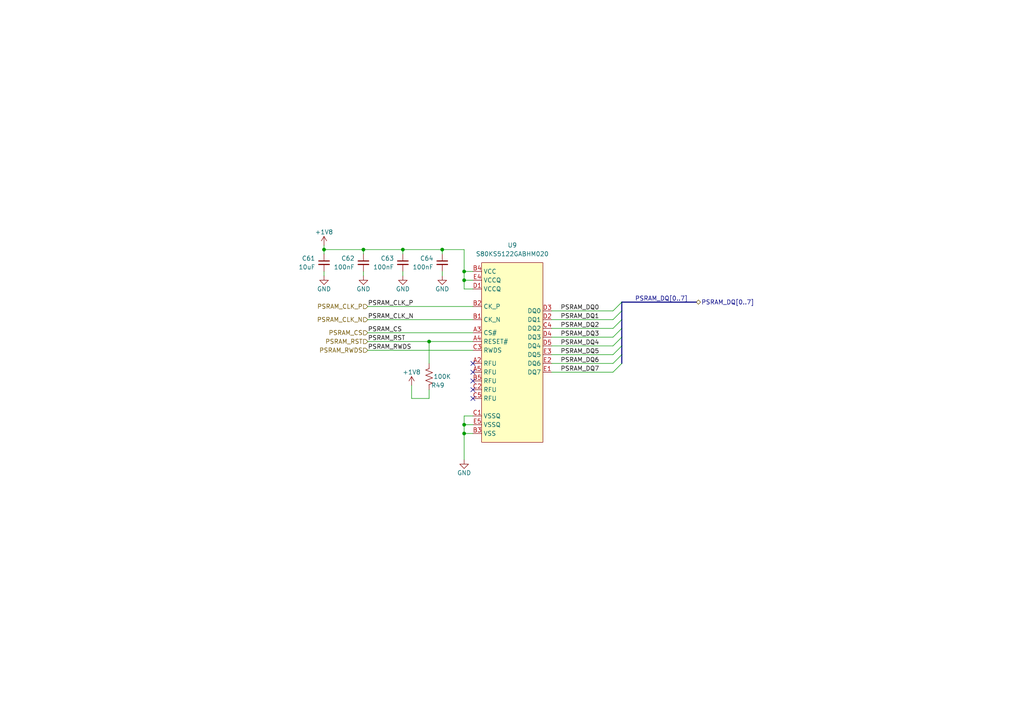
<source format=kicad_sch>
(kicad_sch (version 20211123) (generator eeschema)
  (paper "A4")
  (title_block (title "PSRAM") (date "2023-03-07") (rev "A") (comment 1 "Designed by DragonEnjoyer :3"))
  (lib_symbols
    (symbol "Device:C_Small" (pin_numbers hide) (pin_names (offset 0.254) hide)
      (property "Reference" "C" (at 0.254 1.778 0))
      (property "Value" "C_Small" (at 0.254 -2.032 0))
      (symbol "C_Small_0_1"
        (polyline (pts (xy -1.524 -0.508) (xy 1.524 -0.508)) (stroke (width 0.3302)))
        (polyline (pts (xy -1.524 0.508) (xy 1.524 0.508)) (stroke (width 0.3048)))
      )
      (symbol "C_Small_1_1"
        (pin passive line (at 0 2.54 270) (length 2.032) (name "~") (number "1"))
        (pin passive line (at 0 -2.54 90) (length 2.032) (name "~") (number "2"))
      )
    )
    (symbol "Device:R_US" (pin_numbers hide) (pin_names (offset 0))
      (property "Reference" "R" (at 2.54 0 90))
      (property "Value" "R_US" (at -2.54 0 90))
      (symbol "R_US_0_1"
        (polyline (pts (xy 0 -2.286) (xy 0 -2.54)))
        (polyline (pts (xy 0 2.286) (xy 0 2.54)))
        (polyline (pts (xy 0 -0.762) (xy 1.016 -1.143) (xy 0 -1.524) (xy -1.016 -1.905) (xy 0 -2.286)))
        (polyline (pts (xy 0 0.762) (xy 1.016 0.381) (xy 0 0) (xy -1.016 -0.381) (xy 0 -0.762)))
        (polyline (pts (xy 0 2.286) (xy 1.016 1.905) (xy 0 1.524) (xy -1.016 1.143) (xy 0 0.762)))
      )
      (symbol "R_US_1_1"
        (pin passive line (at 0 3.81 270) (length 1.27) (name "~") (number "1"))
        (pin passive line (at 0 -3.81 90) (length 1.27) (name "~") (number "2"))
      )
    )
    (symbol "Memory_RAM:S80KS5122GABHM020"
      (property "Reference" "U" (at 8.89 48.26 0))
      (property "Value" "S80KS5122GABHM020" (at 8.89 -6.35 0))
      (symbol "S80KS5122GABHM020_0_1"
        (rectangle (start 0 46.99) (end 17.78 -5.08) (fill (type background)))
      )
      (symbol "S80KS5122GABHM020_1_1"
        (pin passive line (at -2.54 17.78 0) (length 2.54) (name "RFU") (number "A2"))
        (pin input line (at -2.54 26.67 0) (length 2.54) (name "CS#") (number "A3"))
        (pin input line (at -2.54 24.13 0) (length 2.54) (name "RESET#") (number "A4"))
        (pin passive line (at -2.54 15.24 0) (length 2.54) (name "RFU") (number "A5"))
        (pin input line (at -2.54 30.48 0) (length 2.54) (name "CK_N") (number "B1"))
        (pin input line (at -2.54 34.29 0) (length 2.54) (name "CK_P") (number "B2"))
        (pin power_in line (at -2.54 -2.54 0) (length 2.54) (name "VSS") (number "B3"))
        (pin power_in line (at -2.54 44.45 0) (length 2.54) (name "VCC") (number "B4"))
        (pin passive line (at -2.54 12.7 0) (length 2.54) (name "RFU") (number "B5"))
        (pin power_in line (at -2.54 2.54 0) (length 2.54) (name "VSSQ") (number "C1"))
        (pin passive line (at -2.54 10.16 0) (length 2.54) (name "RFU") (number "C2"))
        (pin input line (at -2.54 21.59 0) (length 2.54) (name "RWDS") (number "C3"))
        (pin bidirectional line (at 20.32 27.94 180) (length 2.54) (name "DQ2") (number "C4"))
        (pin passive line (at -2.54 7.62 0) (length 2.54) (name "RFU") (number "C5"))
        (pin power_in line (at -2.54 39.37 0) (length 2.54) (name "VCCQ") (number "D1"))
        (pin bidirectional line (at 20.32 30.48 180) (length 2.54) (name "DQ1") (number "D2"))
        (pin bidirectional line (at 20.32 33.02 180) (length 2.54) (name "DQ0") (number "D3"))
        (pin bidirectional line (at 20.32 25.4 180) (length 2.54) (name "DQ3") (number "D4"))
        (pin bidirectional line (at 20.32 22.86 180) (length 2.54) (name "DQ4") (number "D5"))
        (pin bidirectional line (at 20.32 15.24 180) (length 2.54) (name "DQ7") (number "E1"))
        (pin bidirectional line (at 20.32 17.78 180) (length 2.54) (name "DQ6") (number "E2"))
        (pin bidirectional line (at 20.32 20.32 180) (length 2.54) (name "DQ5") (number "E3"))
        (pin power_in line (at -2.54 41.91 0) (length 2.54) (name "VCCQ") (number "E4"))
        (pin power_in line (at -2.54 0 0) (length 2.54) (name "VSSQ") (number "E5"))
      )
    )
    (symbol "power:+1V8" (power) (pin_names (offset 0))
      (property "Value" "+1V8" (at 0 3.556 0))
      (symbol "+1V8_0_1"
        (polyline (pts (xy -0.762 1.27) (xy 0 2.54)))
        (polyline (pts (xy 0 0) (xy 0 2.54)))
        (polyline (pts (xy 0 2.54) (xy 0.762 1.27)))
      )
      (symbol "+1V8_1_1"
        (pin power_in line (at 0 0 90) (length 0) hide (name "+1V8") (number "1"))
      )
    )
    (symbol "power:GND" (power) (pin_names (offset 0))
      (property "Value" "GND" (at 0 -3.81 0))
      (symbol "GND_0_1"
        (polyline (pts (xy 0 0) (xy 0 -1.27) (xy 1.27 -1.27) (xy 0 -2.54) (xy -1.27 -1.27) (xy 0 -1.27)))
      )
      (symbol "GND_1_1"
        (pin power_in line (at 0 0 270) (length 0) hide (name "GND") (number "1"))
      )
    )
  )
  (junction (at 93.98 72.39))
  (junction (at 134.62 123.19))
  (junction (at 116.84 72.39))
  (junction (at 105.41 72.39))
  (junction (at 124.46 99.06))
  (junction (at 134.62 78.74))
  (junction (at 128.27 72.39))
  (junction (at 134.62 125.73))
  (junction (at 134.62 81.28))
  (no_connect (at 137.16 105.41))
  (no_connect (at 137.16 115.57))
  (no_connect (at 137.16 113.03))
  (no_connect (at 137.16 110.49))
  (no_connect (at 137.16 107.95))
  (bus_entry (at 177.8 95.25) (size 2.54 -2.54))
  (bus_entry (at 177.8 107.95) (size 2.54 -2.54))
  (bus_entry (at 177.8 105.41) (size 2.54 -2.54))
  (bus_entry (at 177.8 92.71) (size 2.54 -2.54))
  (bus_entry (at 177.8 90.17) (size 2.54 -2.54))
  (bus_entry (at 177.8 100.33) (size 2.54 -2.54))
  (bus_entry (at 177.8 102.87) (size 2.54 -2.54))
  (bus_entry (at 177.8 97.79) (size 2.54 -2.54))
  (bus (pts (xy 180.34 102.87) (xy 180.34 100.33)))
  (bus (pts (xy 180.34 90.17) (xy 180.34 87.63)))
  (bus (pts (xy 180.34 87.63) (xy 201.93 87.63)))
  (wire (pts (xy 160.02 92.71) (xy 177.8 92.71)))
  (wire (pts (xy 160.02 105.41) (xy 177.8 105.41)))
  (wire (pts (xy 119.38 111.76) (xy 119.38 115.57)))
  (wire (pts (xy 93.98 72.39) (xy 105.41 72.39)))
  (wire (pts (xy 116.84 78.74) (xy 116.84 80.01)))
  (wire (pts (xy 134.62 123.19) (xy 137.16 123.19)))
  (wire (pts (xy 124.46 99.06) (xy 124.46 105.41)))
  (wire (pts (xy 124.46 115.57) (xy 119.38 115.57)))
  (wire (pts (xy 106.68 92.71) (xy 137.16 92.71)))
  (wire (pts (xy 116.84 72.39) (xy 128.27 72.39)))
  (wire (pts (xy 134.62 78.74) (xy 137.16 78.74)))
  (wire (pts (xy 137.16 83.82) (xy 134.62 83.82)))
  (wire (pts (xy 160.02 90.17) (xy 177.8 90.17)))
  (wire (pts (xy 137.16 125.73) (xy 134.62 125.73)))
  (wire (pts (xy 106.68 88.9) (xy 137.16 88.9)))
  (wire (pts (xy 160.02 97.79) (xy 177.8 97.79)))
  (wire (pts (xy 134.62 78.74) (xy 134.62 72.39)))
  (wire (pts (xy 93.98 71.12) (xy 93.98 72.39)))
  (wire (pts (xy 128.27 72.39) (xy 134.62 72.39)))
  (bus (pts (xy 180.34 95.25) (xy 180.34 92.71)))
  (bus (pts (xy 180.34 105.41) (xy 180.34 102.87)))
  (wire (pts (xy 160.02 100.33) (xy 177.8 100.33)))
  (wire (pts (xy 105.41 72.39) (xy 105.41 73.66)))
  (wire (pts (xy 134.62 81.28) (xy 134.62 78.74)))
  (wire (pts (xy 160.02 95.25) (xy 177.8 95.25)))
  (wire (pts (xy 134.62 120.65) (xy 134.62 123.19)))
  (wire (pts (xy 93.98 72.39) (xy 93.98 73.66)))
  (wire (pts (xy 134.62 123.19) (xy 134.62 125.73)))
  (wire (pts (xy 160.02 107.95) (xy 177.8 107.95)))
  (wire (pts (xy 105.41 72.39) (xy 116.84 72.39)))
  (wire (pts (xy 106.68 96.52) (xy 137.16 96.52)))
  (wire (pts (xy 128.27 72.39) (xy 128.27 73.66)))
  (wire (pts (xy 160.02 102.87) (xy 177.8 102.87)))
  (wire (pts (xy 134.62 81.28) (xy 137.16 81.28)))
  (wire (pts (xy 124.46 99.06) (xy 137.16 99.06)))
  (bus (pts (xy 180.34 97.79) (xy 180.34 95.25)))
  (wire (pts (xy 106.68 101.6) (xy 137.16 101.6)))
  (wire (pts (xy 137.16 120.65) (xy 134.62 120.65)))
  (wire (pts (xy 116.84 72.39) (xy 116.84 73.66)))
  (wire (pts (xy 134.62 125.73) (xy 134.62 133.35)))
  (bus (pts (xy 180.34 100.33) (xy 180.34 97.79)))
  (wire (pts (xy 128.27 78.74) (xy 128.27 80.01)))
  (wire (pts (xy 106.68 99.06) (xy 124.46 99.06)))
  (wire (pts (xy 124.46 113.03) (xy 124.46 115.57)))
  (wire (pts (xy 105.41 78.74) (xy 105.41 80.01)))
  (wire (pts (xy 134.62 83.82) (xy 134.62 81.28)))
  (wire (pts (xy 93.98 78.74) (xy 93.98 80.01)))
  (bus (pts (xy 180.34 92.71) (xy 180.34 90.17)))
  (label "PSRAM_RWDS" (at 106.68 101.6 0))
  (label "PSRAM_DQ0" (at 162.56 90.17 0))
  (label "PSRAM_DQ5" (at 162.56 102.87 0))
  (label "PSRAM_CLK_N" (at 106.68 92.71 0))
  (label "PSRAM_DQ7" (at 162.56 107.95 0))
  (label "PSRAM_DQ4" (at 162.56 100.33 0))
  (label "PSRAM_RST" (at 106.68 99.06 0))
  (label "PSRAM_DQ6" (at 162.56 105.41 0))
  (label "PSRAM_DQ2" (at 162.56 95.25 0))
  (label "PSRAM_DQ[0..7]" (at 184.15 87.63 0))
  (label "PSRAM_DQ3" (at 162.56 97.79 0))
  (label "PSRAM_CLK_P" (at 106.68 88.9 0))
  (label "PSRAM_DQ1" (at 162.56 92.71 0))
  (label "PSRAM_CS" (at 106.68 96.52 0))
  (hierarchical_label "PSRAM_RWDS" (shape input) (at 106.68 101.6 180))
  (hierarchical_label "PSRAM_CLK_P" (shape input) (at 106.68 88.9 180))
  (hierarchical_label "PSRAM_CLK_N" (shape input) (at 106.68 92.71 180))
  (hierarchical_label "PSRAM_CS" (shape input) (at 106.68 96.52 180))
  (hierarchical_label "PSRAM_RST" (shape input) (at 106.68 99.06 180))
  (hierarchical_label "PSRAM_DQ[0..7]" (shape bidirectional) (at 201.93 87.63 0))
  (symbol (lib_id "power:GND") (at 116.84 80.01 0) (mirror y) (unit 1)
    (property "Reference" "#PWR0114" (effects hide))
    (property "Value" "GND" (at 116.84 83.82 0))
  )
  (symbol (lib_id "power:GND") (at 134.62 133.35 0) (mirror y) (unit 1)
    (property "Reference" "#PWR0117" (effects hide))
    (property "Value" "GND" (at 134.62 137.16 0))
  )
  (symbol (lib_id "Device:C_Small") (at 116.84 76.2 0) (mirror y) (unit 1)
    (property "Reference" "C63" (at 114.3 74.9362 0) (effects (justify left)))
    (property "Value" "100nF" (at 114.3 77.4762 0) (effects (justify left)))
    (property "Footprint" "Capacitor_SMD:C_0402_1005Metric" (effects hide))
    (property "MFR PN" "GRM155R71H104ME14J" (effects hide))
  )
  (symbol (lib_id "Device:C_Small") (at 93.98 76.2 0) (mirror y) (unit 1)
    (property "Reference" "C61" (at 91.44 74.9362 0) (effects (justify left)))
    (property "Value" "10uF" (at 91.44 77.4762 0) (effects (justify left)))
    (property "Footprint" "Capacitor_SMD:C_0603_1608Metric" (effects hide))
    (property "Datasheet" "https://www.mouser.com/datasheet/2/281/1/GRM185R60J106ME15_01A-1984630.pdf" (effects hide))
    (property "MFR PN" "GRM185R60J106ME15J" (effects hide))
  )
  (symbol (lib_id "power:GND") (at 105.41 80.01 0) (mirror y) (unit 1)
    (property "Reference" "#PWR0113" (effects hide))
    (property "Value" "GND" (at 105.41 83.82 0))
  )
  (symbol (lib_id "power:+1V8") (at 119.38 111.76 0) (unit 1)
    (property "Reference" "#PWR0115" (effects hide))
    (property "Value" "+1V8" (at 119.38 107.95 0))
  )
  (symbol (lib_id "Memory_RAM:S80KS5122GABHM020") (at 139.7 123.19 0) (unit 1)
    (property "Reference" "U9" (at 148.59 71.12 0))
    (property "Value" "S80KS5122GABHM020" (at 148.59 73.66 0))
    (property "Footprint" "Package_BGA:24-BGA_6x8mm_5x5mm_ball_1.0mm_pitch" (effects hide))
    (property "Datasheet" "https://www.infineon.com/dgdl/Infineon-S80KS5122_1.8_V_512-Mbit_HyperBus_Interface_HyperRAM_(Self-Refresh_DRAM)-DataSheet-v01_00-EN.pdf?fileId=8ac78c8c7dc4255f017dd81b77c1088f" (effects hide))
    (property "MFR PN" "S80KS5122GABHM020" (effects hide))
  )
  (symbol (lib_id "Device:C_Small") (at 128.27 76.2 0) (mirror y) (unit 1)
    (property "Reference" "C64" (at 125.73 74.9362 0) (effects (justify left)))
    (property "Value" "100nF" (at 125.73 77.4762 0) (effects (justify left)))
    (property "Footprint" "Capacitor_SMD:C_0402_1005Metric" (effects hide))
    (property "MFR PN" "GRM155R71H104ME14J" (effects hide))
  )
  (symbol (lib_id "Device:R_US") (at 124.46 109.22 0) (mirror x) (unit 1)
    (property "Reference" "R49" (at 127 111.76 0))
    (property "Value" "100K" (at 128.27 109.22 0))
    (property "Footprint" "Resistor_SMD:R_0402_1005Metric" (effects hide))
    (property "MFR PN" "RC0402FR-07100KL" (effects hide))
  )
  (symbol (lib_id "power:+1V8") (at 93.98 71.12 0) (unit 1)
    (property "Reference" "#PWR0111" (effects hide))
    (property "Value" "+1V8" (at 93.98 67.31 0))
  )
  (symbol (lib_id "power:GND") (at 128.27 80.01 0) (mirror y) (unit 1)
    (property "Reference" "#PWR0116" (effects hide))
    (property "Value" "GND" (at 128.27 83.82 0))
  )
  (symbol (lib_id "power:GND") (at 93.98 80.01 0) (mirror y) (unit 1)
    (property "Reference" "#PWR0112" (effects hide))
    (property "Value" "GND" (at 93.98 83.82 0))
  )
  (symbol (lib_id "Device:C_Small") (at 105.41 76.2 0) (mirror y) (unit 1)
    (property "Reference" "C62" (at 102.87 74.9362 0) (effects (justify left)))
    (property "Value" "100nF" (at 102.87 77.4762 0) (effects (justify left)))
    (property "Footprint" "Capacitor_SMD:C_0402_1005Metric" (effects hide))
    (property "MFR PN" "GRM155R71H104ME14J" (effects hide))
  )
)
</source>
